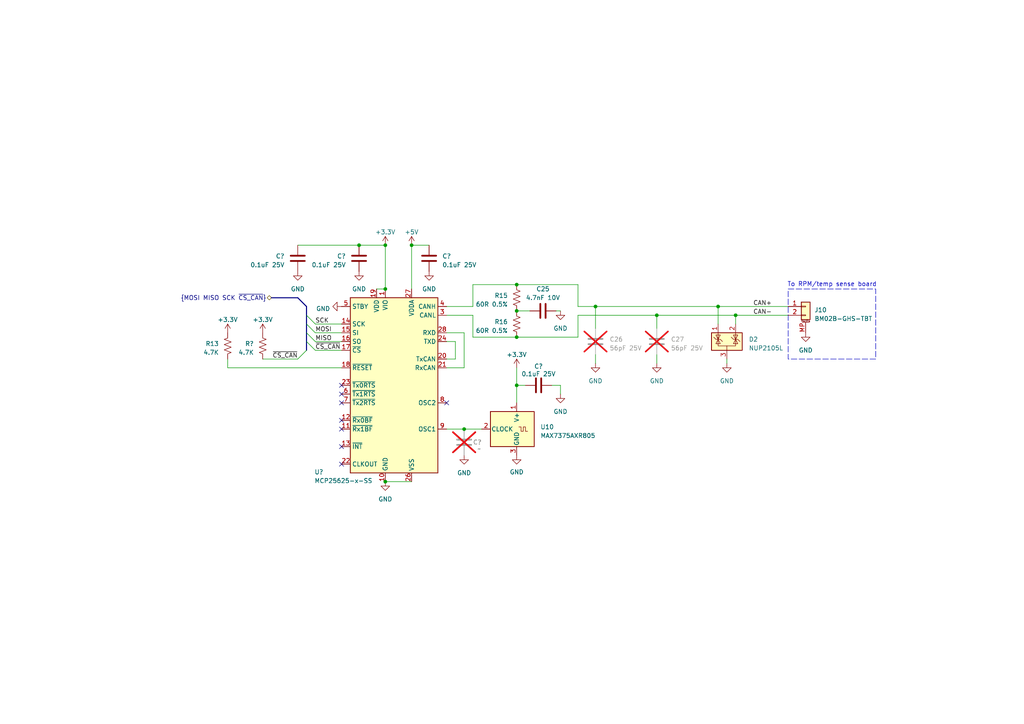
<source format=kicad_sch>
(kicad_sch (version 20230121) (generator eeschema)
  (paper "A4")
  (title_block (title "Test Stand Power Monitor") (date "2023-08-08") (rev "1.0") (company "Toofon Inc.") (comment 1 "Ed Katynski") (comment 2 "(PENDING REVIEW)"))
  (lib_symbols
    (symbol "Connector_Generic_MountingPin:Conn_01x02_MountingPin" (pin_names (offset 1.016) hide)
      (property "Reference" "J" (at 0 2.54 0))
      (property "Value" "Conn_01x02_MountingPin" (at 1.27 -5.08 0))
      (symbol "Conn_01x02_MountingPin_1_1"
        (rectangle (start -1.27 -2.413) (end 0 -2.667) (stroke (width 0.1524)))
        (rectangle (start -1.27 0.127) (end 0 -0.127) (stroke (width 0.1524)))
        (rectangle (start -1.27 1.27) (end 1.27 -3.81) (stroke (width 0.254)) (fill (type background)))
        (polyline (pts (xy -1.016 -4.572) (xy 1.016 -4.572)) (stroke (width 0.1524)))
        (text "Mounting" (at 0 -4.191 0) (effects (font (size 0.381 0.381))))
        (pin passive line (at -5.08 0 0) (length 3.81) (name "Pin_1") (number "1"))
        (pin passive line (at -5.08 -2.54 0) (length 3.81) (name "Pin_2") (number "2"))
        (pin passive line (at 0 -7.62 90) (length 3.048) (name "MountPin") (number "MP"))
      )
    )
    (symbol "Device:C" (pin_numbers hide) (pin_names (offset 0.254))
      (property "Reference" "C" (at 0.635 2.54 0))
      (property "Value" "C" (at 0.635 -2.54 0))
      (symbol "C_0_1"
        (polyline (pts (xy -2.032 -0.762) (xy 2.032 -0.762)) (stroke (width 0.508)))
        (polyline (pts (xy -2.032 0.762) (xy 2.032 0.762)) (stroke (width 0.508)))
      )
      (symbol "C_1_1"
        (pin passive line (at 0 3.81 270) (length 2.794) (name "~") (number "1"))
        (pin passive line (at 0 -3.81 90) (length 2.794) (name "~") (number "2"))
      )
    )
    (symbol "Device:R_US" (pin_numbers hide) (pin_names (offset 0))
      (property "Reference" "R" (at 2.54 0 90))
      (property "Value" "R_US" (at -2.54 0 90))
      (symbol "R_US_0_1"
        (polyline (pts (xy 0 -2.286) (xy 0 -2.54)))
        (polyline (pts (xy 0 2.286) (xy 0 2.54)))
        (polyline (pts (xy 0 -0.762) (xy 1.016 -1.143) (xy 0 -1.524) (xy -1.016 -1.905) (xy 0 -2.286)))
        (polyline (pts (xy 0 0.762) (xy 1.016 0.381) (xy 0 0) (xy -1.016 -0.381) (xy 0 -0.762)))
        (polyline (pts (xy 0 2.286) (xy 1.016 1.905) (xy 0 1.524) (xy -1.016 1.143) (xy 0 0.762)))
      )
      (symbol "R_US_1_1"
        (pin passive line (at 0 3.81 270) (length 1.27) (name "~") (number "1"))
        (pin passive line (at 0 -3.81 90) (length 1.27) (name "~") (number "2"))
      )
    )
    (symbol "Interface_CAN_LIN:MCP25625-x-SS"
      (property "Reference" "U" (at -11.43 26.67 0))
      (property "Value" "MCP25625-x-SS" (at 15.24 26.67 0))
      (symbol "MCP25625-x-SS_0_1"
        (rectangle (start -12.7 25.4) (end 12.7 -25.4) (stroke (width 0.254)) (fill (type background)))
      )
      (symbol "MCP25625-x-SS_1_1"
        (pin power_in line (at -2.54 27.94 270) (length 2.54) (name "VIO") (number "1"))
        (pin power_in line (at -2.54 -27.94 90) (length 2.54) (name "GND") (number "10"))
        (pin output line (at -15.24 -12.7 0) (length 2.54) (name "~{Rx1BF}") (number "11"))
        (pin output line (at -15.24 -10.16 0) (length 2.54) (name "~{Rx0BF}") (number "12"))
        (pin output line (at -15.24 -17.78 0) (length 2.54) (name "~{INT}") (number "13"))
        (pin input line (at -15.24 17.78 0) (length 2.54) (name "SCK") (number "14"))
        (pin input line (at -15.24 15.24 0) (length 2.54) (name "SI") (number "15"))
        (pin output line (at -15.24 12.7 0) (length 2.54) (name "SO") (number "16"))
        (pin input line (at -15.24 10.16 0) (length 2.54) (name "~{CS}") (number "17"))
        (pin input line (at -15.24 5.08 0) (length 2.54) (name "~{RESET}") (number "18"))
        (pin power_in line (at -5.08 27.94 270) (length 2.54) (name "VDD") (number "19"))
        (pin no_connect line (at 12.7 -15.24 180) (length 2.54) hide (name "NC") (number "2"))
        (pin output line (at 15.24 7.62 180) (length 2.54) (name "TxCAN") (number "20"))
        (pin input line (at 15.24 5.08 180) (length 2.54) (name "RxCAN") (number "21"))
        (pin output line (at -15.24 -22.86 0) (length 2.54) (name "CLKOUT") (number "22"))
        (pin input line (at -15.24 0 0) (length 2.54) (name "~{Tx0RTS}") (number "23"))
        (pin input line (at 15.24 12.7 180) (length 2.54) (name "TXD") (number "24"))
        (pin no_connect line (at 12.7 -17.78 180) (length 2.54) hide (name "NC") (number "25"))
        (pin power_in line (at 5.08 -27.94 90) (length 2.54) (name "VSS") (number "26"))
        (pin power_in line (at 5.08 27.94 270) (length 2.54) (name "VDDA") (number "27"))
        (pin output line (at 15.24 15.24 180) (length 2.54) (name "RXD") (number "28"))
        (pin bidirectional line (at 15.24 20.32 180) (length 2.54) (name "CANL") (number "3"))
        (pin bidirectional line (at 15.24 22.86 180) (length 2.54) (name "CANH") (number "4"))
        (pin input line (at -15.24 22.86 0) (length 2.54) (name "STBY") (number "5"))
        (pin input line (at -15.24 -2.54 0) (length 2.54) (name "~{Tx1RTS}") (number "6"))
        (pin input line (at -15.24 -5.08 0) (length 2.54) (name "~{Tx2RTS}") (number "7"))
        (pin output line (at 15.24 -5.08 180) (length 2.54) (name "OSC2") (number "8"))
        (pin input line (at 15.24 -12.7 180) (length 2.54) (name "OSC1") (number "9"))
      )
    )
    (symbol "Oscillator:MAX7375AXR805" (pin_names (offset 0.254))
      (property "Reference" "U" (at -2.54 6.35 0))
      (property "Value" "MAX7375AXR805" (at 1.27 -6.35 0))
      (symbol "MAX7375AXR805_0_1"
        (rectangle (start -5.08 5.08) (end 7.62 -5.08) (stroke (width 0.254)) (fill (type background)))
        (polyline (pts (xy -3.175 -0.635) (xy -2.54 -0.635) (xy -2.54 0.635) (xy -1.905 0.635) (xy -1.905 -0.635) (xy -1.27 -0.635) (xy -1.27 0.635) (xy -0.635 0.635)))
      )
      (symbol "MAX7375AXR805_1_1"
        (pin power_in line (at 0 7.62 270) (length 2.54) (name "V+") (number "1"))
        (pin output line (at 10.16 0 180) (length 2.54) (name "CLOCK") (number "2"))
        (pin power_in line (at 0 -7.62 90) (length 2.54) (name "GND") (number "3"))
      )
    )
    (symbol "Power_Protection:NUP2105L" (pin_names hide)
      (property "Reference" "D" (at 5.715 2.54 0))
      (property "Value" "NUP2105L" (at 5.715 0.635 0))
      (symbol "NUP2105L_0_0"
        (pin passive line (at 0 -5.08 90) (length 2.54) (name "A") (number "3"))
      )
      (symbol "NUP2105L_0_1"
        (rectangle (start -4.445 2.54) (end 4.445 -2.54) (stroke (width 0.254)) (fill (type background)))
        (polyline (pts (xy -2.54 2.54) (xy -2.54 0.635)))
        (polyline (pts (xy 0 -1.27) (xy 0 -2.54)))
        (polyline (pts (xy 2.54 2.54) (xy 2.54 0.635)))
        (polyline (pts (xy -3.81 1.27) (xy -3.175 0.635) (xy -1.905 0.635) (xy -1.27 0)))
        (polyline (pts (xy -2.54 0.635) (xy -2.54 -1.27) (xy 2.54 -1.27) (xy 2.54 0.635)))
        (polyline (pts (xy -2.54 0.635) (xy -1.905 -0.635) (xy -3.175 -0.635) (xy -2.54 0.635)))
        (polyline (pts (xy 2.54 0.635) (xy 1.905 -0.635) (xy 3.175 -0.635) (xy 2.54 0.635)))
        (polyline (pts (xy 2.54 0.635) (xy 3.175 1.905) (xy 1.905 1.905) (xy 2.54 0.635)))
        (polyline (pts (xy -2.54 0.635) (xy -3.175 1.905) (xy -1.905 1.905) (xy -2.54 0.635) (xy -2.54 1.27)))
        (polyline (pts (xy 1.27 1.27) (xy 1.905 0.635) (xy 2.54 0.635) (xy 3.175 0.635) (xy 3.81 0)))
      )
      (symbol "NUP2105L_1_1"
        (pin passive line (at -2.54 5.08 270) (length 2.54) (name "K") (number "1"))
        (pin passive line (at 2.54 5.08 270) (length 2.54) (name "K") (number "2"))
      )
    )
    (symbol "power:+3.3V" (power) (pin_names (offset 0))
      (property "Value" "+3.3V" (at 0 3.556 0))
      (symbol "+3.3V_0_1"
        (polyline (pts (xy -0.762 1.27) (xy 0 2.54)))
        (polyline (pts (xy 0 0) (xy 0 2.54)))
        (polyline (pts (xy 0 2.54) (xy 0.762 1.27)))
      )
      (symbol "+3.3V_1_1"
        (pin power_in line (at 0 0 90) (length 0) hide (name "+3.3V") (number "1"))
      )
    )
    (symbol "power:+5V" (power) (pin_names (offset 0))
      (property "Value" "+5V" (at 0 3.556 0))
      (symbol "+5V_0_1"
        (polyline (pts (xy -0.762 1.27) (xy 0 2.54)))
        (polyline (pts (xy 0 0) (xy 0 2.54)))
        (polyline (pts (xy 0 2.54) (xy 0.762 1.27)))
      )
      (symbol "+5V_1_1"
        (pin power_in line (at 0 0 90) (length 0) hide (name "+5V") (number "1"))
      )
    )
    (symbol "power:GND" (power) (pin_names (offset 0))
      (property "Value" "GND" (at 0 -3.81 0))
      (symbol "GND_0_1"
        (polyline (pts (xy 0 0) (xy 0 -1.27) (xy 1.27 -1.27) (xy 0 -2.54) (xy -1.27 -1.27) (xy 0 -1.27)))
      )
      (symbol "GND_1_1"
        (pin power_in line (at 0 0 270) (length 0) hide (name "GND") (number "1"))
      )
    )
  )
  (junction (at 149.86 97.79))
  (junction (at 134.62 124.46))
  (junction (at 149.86 90.17))
  (junction (at 172.72 88.9))
  (junction (at 111.76 139.7))
  (junction (at 213.36 91.44))
  (junction (at 149.86 82.55))
  (junction (at 111.76 83.82))
  (junction (at 104.14 71.12))
  (junction (at 149.86 111.76))
  (junction (at 119.38 71.12))
  (junction (at 208.28 88.9))
  (junction (at 111.76 71.12))
  (junction (at 190.5 91.44))
  (no_connect (at 99.06 129.54))
  (no_connect (at 99.06 134.62))
  (no_connect (at 129.54 116.84))
  (no_connect (at 99.06 121.92))
  (no_connect (at 99.06 111.76))
  (no_connect (at 99.06 116.84))
  (no_connect (at 99.06 124.46))
  (no_connect (at 99.06 114.3))
  (bus_entry (at 91.44 101.6) (size -2.54 -2.54))
  (bus_entry (at 91.44 93.98) (size -2.54 -2.54))
  (bus_entry (at 91.44 96.52) (size -2.54 -2.54))
  (bus_entry (at 86.36 104.14) (size 2.54 -2.54))
  (bus_entry (at 91.44 99.06) (size -2.54 -2.54))
  (wire (pts (xy 134.62 124.46) (xy 139.7 124.46)))
  (wire (pts (xy 129.54 124.46) (xy 134.62 124.46)))
  (wire (pts (xy 149.86 82.55) (xy 137.16 82.55)))
  (wire (pts (xy 86.36 104.14) (xy 76.2 104.14)))
  (wire (pts (xy 111.76 139.7) (xy 119.38 139.7)))
  (wire (pts (xy 129.54 106.68) (xy 134.62 106.68)))
  (bus (pts (xy 88.9 99.06) (xy 88.9 101.6)))
  (wire (pts (xy 213.36 91.44) (xy 228.6 91.44)))
  (wire (pts (xy 149.86 111.76) (xy 149.86 116.84)))
  (wire (pts (xy 167.64 91.44) (xy 190.5 91.44)))
  (wire (pts (xy 162.56 111.76) (xy 160.02 111.76)))
  (wire (pts (xy 167.64 91.44) (xy 167.64 97.79)))
  (wire (pts (xy 149.86 106.68) (xy 149.86 111.76)))
  (wire (pts (xy 149.86 97.79) (xy 137.16 97.79)))
  (wire (pts (xy 190.5 91.44) (xy 190.5 95.25)))
  (wire (pts (xy 91.44 96.52) (xy 99.06 96.52)))
  (bus (pts (xy 88.9 91.44) (xy 88.9 88.9)))
  (wire (pts (xy 86.36 71.12) (xy 104.14 71.12)))
  (wire (pts (xy 91.44 99.06) (xy 99.06 99.06)))
  (wire (pts (xy 149.86 82.55) (xy 167.64 82.55)))
  (wire (pts (xy 91.44 101.6) (xy 99.06 101.6)))
  (wire (pts (xy 129.54 96.52) (xy 134.62 96.52)))
  (wire (pts (xy 149.86 90.17) (xy 153.67 90.17)))
  (bus (pts (xy 88.9 99.06) (xy 88.9 96.52)))
  (wire (pts (xy 66.04 106.68) (xy 99.06 106.68)))
  (wire (pts (xy 111.76 71.12) (xy 111.76 83.82)))
  (wire (pts (xy 119.38 71.12) (xy 119.38 83.82)))
  (wire (pts (xy 149.86 111.76) (xy 152.4 111.76)))
  (wire (pts (xy 172.72 88.9) (xy 208.28 88.9)))
  (wire (pts (xy 137.16 91.44) (xy 137.16 97.79)))
  (wire (pts (xy 119.38 71.12) (xy 124.46 71.12)))
  (wire (pts (xy 162.56 90.17) (xy 161.29 90.17)))
  (wire (pts (xy 129.54 91.44) (xy 137.16 91.44)))
  (bus (pts (xy 88.9 88.9) (xy 86.36 86.36)))
  (wire (pts (xy 66.04 104.14) (xy 66.04 106.68)))
  (bus (pts (xy 88.9 96.52) (xy 88.9 93.98)))
  (wire (pts (xy 91.44 93.98) (xy 99.06 93.98)))
  (wire (pts (xy 132.08 99.06) (xy 132.08 104.14)))
  (wire (pts (xy 208.28 88.9) (xy 208.28 93.98)))
  (wire (pts (xy 149.86 97.79) (xy 167.64 97.79)))
  (wire (pts (xy 213.36 91.44) (xy 213.36 93.98)))
  (wire (pts (xy 162.56 114.3) (xy 162.56 111.76)))
  (wire (pts (xy 172.72 105.41) (xy 172.72 102.87)))
  (wire (pts (xy 134.62 96.52) (xy 134.62 106.68)))
  (wire (pts (xy 210.82 105.41) (xy 210.82 104.14)))
  (wire (pts (xy 129.54 104.14) (xy 132.08 104.14)))
  (wire (pts (xy 167.64 88.9) (xy 172.72 88.9)))
  (wire (pts (xy 208.28 88.9) (xy 228.6 88.9)))
  (wire (pts (xy 167.64 82.55) (xy 167.64 88.9)))
  (bus (pts (xy 78.74 86.36) (xy 86.36 86.36)))
  (wire (pts (xy 129.54 99.06) (xy 132.08 99.06)))
  (wire (pts (xy 190.5 91.44) (xy 213.36 91.44)))
  (wire (pts (xy 104.14 71.12) (xy 111.76 71.12)))
  (wire (pts (xy 129.54 88.9) (xy 137.16 88.9)))
  (wire (pts (xy 109.22 83.82) (xy 111.76 83.82)))
  (wire (pts (xy 172.72 88.9) (xy 172.72 95.25)))
  (wire (pts (xy 137.16 82.55) (xy 137.16 88.9)))
  (wire (pts (xy 190.5 105.41) (xy 190.5 102.87)))
  (bus (pts (xy 88.9 93.98) (xy 88.9 91.44)))
  (rectangle (start 228.6 83.82) (end 254 104.14) (stroke (width 0) (type dash)))
  (text "To RPM/temp sense board" (at 228.346 83.312 0) (effects (font (size 1.27 1.27)) (justify left bottom)))
  (label "MISO" (at 91.44 99.06 0))
  (label "CAN-" (at 218.44 91.44 0))
  (label "CAN+" (at 218.44 88.9 0))
  (label "MOSI" (at 91.44 96.52 0))
  (label "SCK" (at 91.44 93.98 0))
  (label "~{CS_CAN}" (at 86.36 104.14 180))
  (label "~{CS_CAN}" (at 91.44 101.6 0))
  (hierarchical_label "{MOSI MISO SCK ~{CS_CAN}}" (shape bidirectional) (at 78.74 86.36 180))
  (symbol (lib_id "power:GND") (at 104.14 78.74 0) (mirror y) (unit 1)
    (property "Reference" "#PWR?" (effects hide))
    (property "Value" "GND" (at 104.14 83.82 0))
    (instances (project "Test-Stand-Power-Monitor" (path "" (reference "#PWR?") (unit 1)) (path "" (reference "#PWR?") (unit 1)) (path "" (reference "#PWR059") (unit 1))))
  )
  (symbol (lib_id "power:GND") (at 99.06 88.9 270) (mirror x) (unit 1)
    (property "Reference" "#PWR?" (effects hide))
    (property "Value" "GND" (at 95.758 89.535 90) (effects (justify right)))
    (instances (project "Test-Stand-Power-Monitor" (path "" (reference "#PWR?") (unit 1)) (path "" (reference "#PWR?") (unit 1)) (path "" (reference "#PWR058") (unit 1))))
  )
  (symbol (lib_id "Oscillator:MAX7375AXR805") (at 149.86 124.46 0) (mirror y) (unit 1)
    (property "Reference" "U10" (at 156.718 123.825 0) (effects (justify right)))
    (property "Value" "MAX7375AXR805" (at 156.718 126.365 0) (effects (justify right)))
    (property "Footprint" "Package_TO_SOT_SMD:SOT-323_SC-70" (effects hide))
    (property "Datasheet" "https://datasheets.maximintegrated.com/en/ds/MAX7375.pdf" (effects hide))
  )
  (symbol (lib_id "Device:R_US") (at 66.04 100.33 0) (mirror y) (unit 1)
    (property "Reference" "R13" (at 63.5 99.695 0) (effects (justify left)))
    (property "Value" "4.7K" (at 63.5 102.235 0) (effects (justify left)))
    (property "Footprint" "Resistor_SMD:R_0402_1005Metric_Pad0.72x0.64mm_HandSolder" (effects hide))
  )
  (symbol (lib_id "power:GND") (at 86.36 78.74 0) (mirror y) (unit 1)
    (property "Reference" "#PWR?" (effects hide))
    (property "Value" "GND" (at 86.36 83.82 0))
    (instances (project "Test-Stand-Power-Monitor" (path "" (reference "#PWR?") (unit 1)) (path "" (reference "#PWR?") (unit 1)) (path "" (reference "#PWR057") (unit 1))))
  )
  (symbol (lib_id "power:GND") (at 190.5 105.41 0) (unit 1)
    (property "Reference" "#PWR070" (effects hide))
    (property "Value" "GND" (at 190.5 110.49 0))
  )
  (symbol (lib_id "Power_Protection:NUP2105L") (at 210.82 99.06 0) (unit 1)
    (property "Reference" "D2" (at 217.17 98.425 0) (effects (justify left)))
    (property "Value" "NUP2105L" (at 217.17 100.965 0) (effects (justify left)))
    (property "Footprint" "Package_TO_SOT_SMD:SOT-23" (effects hide))
    (property "Datasheet" "http://www.onsemi.com/pub_link/Collateral/NUP2105L-D.PDF" (effects hide))
  )
  (symbol (lib_id "power:GND") (at 162.56 90.17 0) (unit 1)
    (property "Reference" "#PWR067" (effects hide))
    (property "Value" "GND" (at 162.56 95.25 0))
  )
  (symbol (lib_id "Device:C") (at 124.46 74.93 0) (unit 1)
    (property "Reference" "C?" (at 128.27 74.295 0) (effects (justify left)))
    (property "Value" "0.1uF 25V" (at 128.27 76.835 0) (effects (justify left)))
    (property "Footprint" "Capacitor_SMD:C_0402_1005Metric_Pad0.74x0.62mm_HandSolder" (effects hide))
    (instances (project "Test-Stand-Power-Monitor" (path "" (reference "C?") (unit 1)) (path "" (reference "C?") (unit 1)) (path "" (reference "C22") (unit 1))))
  )
  (symbol (lib_id "power:GND") (at 149.86 132.08 0) (unit 1)
    (property "Reference" "#PWR066" (effects hide))
    (property "Value" "GND" (at 149.86 136.906 0))
  )
  (symbol (lib_id "power:+3.3V") (at 76.2 96.52 0) (mirror y) (unit 1)
    (property "Reference" "#PWR?" (effects hide))
    (property "Value" "+3.3V" (at 76.2 92.71 0))
    (instances (project "Test-Stand-Power-Monitor" (path "" (reference "#PWR?") (unit 1)) (path "" (reference "#PWR056") (unit 1))))
  )
  (symbol (lib_id "power:GND") (at 162.56 114.3 0) (unit 1)
    (property "Reference" "#PWR?" (effects hide))
    (property "Value" "GND" (at 162.56 119.38 0))
    (instances (project "Test-Stand-Power-Monitor" (path "" (reference "#PWR?") (unit 1)) (path "" (reference "#PWR?") (unit 1)) (path "" (reference "#PWR068") (unit 1))))
  )
  (symbol (lib_id "power:GND") (at 233.68 96.52 0) (unit 1)
    (property "Reference" "#PWR072" (effects hide))
    (property "Value" "GND" (at 233.68 101.6 0))
  )
  (symbol (lib_id "Connector_Generic_MountingPin:Conn_01x02_MountingPin") (at 233.68 88.9 0) (unit 1)
    (property "Reference" "J10" (at 236.22 89.8906 0) (effects (justify left)))
    (property "Value" "BM02B-GHS-TBT" (at 236.22 92.4306 0) (effects (justify left)))
    (property "Footprint" "Connector_JST:JST_GH_BM02B-GHS-TBT_1x02-1MP_P1.25mm_Vertical" (effects hide))
    (property "Datasheet" "https://www.jst-mfg.com/product/pdf/eng/eGH.pdf" (effects hide))
  )
  (symbol (lib_id "Device:C") (at 104.14 74.93 0) (mirror y) (unit 1)
    (property "Reference" "C?" (at 100.33 74.295 0) (effects (justify left)))
    (property "Value" "0.1uF 25V" (at 100.33 76.835 0) (effects (justify left)))
    (property "Footprint" "Capacitor_SMD:C_0402_1005Metric_Pad0.74x0.62mm_HandSolder" (effects hide))
    (instances (project "Test-Stand-Power-Monitor" (path "" (reference "C?") (unit 1)) (path "" (reference "C?") (unit 1)) (path "" (reference "C21") (unit 1))))
  )
  (symbol (lib_id "Device:R_US") (at 76.2 100.33 0) (unit 1)
    (property "Reference" "R?" (at 73.66 99.695 0) (effects (justify right)))
    (property "Value" "4.7K" (at 73.66 102.235 0) (effects (justify right)))
    (property "Footprint" "Resistor_SMD:R_0402_1005Metric_Pad0.72x0.64mm_HandSolder" (effects hide))
    (instances (project "Test-Stand-Power-Monitor" (path "" (reference "R?") (unit 1)) (path "" (reference "R14") (unit 1))))
  )
  (symbol (lib_id "Interface_CAN_LIN:MCP25625-x-SS") (at 114.3 111.76 0) (unit 1)
    (property "Reference" "U?" (at 91.186 136.906 0) (effects (justify left)))
    (property "Value" "MCP25625-x-SS" (at 91.186 139.446 0) (effects (justify left)))
    (property "Footprint" "Package_SO:SSOP-28_5.3x10.2mm_P0.65mm" (effects hide))
    (property "Datasheet" "http://ww1.microchip.com/downloads/en/DeviceDoc/20005282B.pdf" (effects hide))
    (instances (project "Test-Stand-Power-Monitor" (path "" (reference "U?") (unit 1)) (path "" (reference "U9") (unit 1))))
  )
  (symbol (lib_id "Device:C") (at 172.72 99.06 180) (unit 1) (dnp yes)
    (property "Reference" "C26" (at 176.784 98.425 0) (effects (justify right)))
    (property "Value" "56pF 25V" (at 176.784 100.965 0) (effects (justify right)))
    (property "Footprint" "Capacitor_SMD:C_0402_1005Metric_Pad0.74x0.62mm_HandSolder" (effects hide))
  )
  (symbol (lib_id "Device:R_US") (at 149.86 93.98 0) (unit 1)
    (property "Reference" "R16" (at 147.32 93.345 0) (effects (justify right)))
    (property "Value" "60R 0.5%" (at 147.32 95.885 0) (effects (justify right)))
    (property "Footprint" "Resistor_SMD:R_0603_1608Metric_Pad0.98x0.95mm_HandSolder" (effects hide))
  )
  (symbol (lib_id "power:+3.3V") (at 111.76 71.12 0) (unit 1)
    (property "Reference" "#PWR060" (effects hide))
    (property "Value" "+3.3V" (at 111.76 67.31 0))
  )
  (symbol (lib_id "Device:R_US") (at 149.86 86.36 0) (unit 1)
    (property "Reference" "R15" (at 147.32 85.725 0) (effects (justify right)))
    (property "Value" "60R 0.5%" (at 147.32 88.265 0) (effects (justify right)))
    (property "Footprint" "Resistor_SMD:R_0603_1608Metric_Pad0.98x0.95mm_HandSolder" (effects hide))
  )
  (symbol (lib_id "power:GND") (at 111.76 139.7 0) (unit 1)
    (property "Reference" "#PWR061" (effects hide))
    (property "Value" "GND" (at 111.76 144.78 0))
  )
  (symbol (lib_id "power:GND") (at 172.72 105.41 0) (unit 1)
    (property "Reference" "#PWR069" (effects hide))
    (property "Value" "GND" (at 172.72 110.49 0))
  )
  (symbol (lib_id "power:+5V") (at 119.38 71.12 0) (unit 1)
    (property "Reference" "#PWR062" (effects hide))
    (property "Value" "+5V" (at 119.38 67.31 0))
  )
  (symbol (lib_id "Device:C") (at 156.21 111.76 90) (unit 1)
    (property "Reference" "C?" (at 156.21 106.2541 90))
    (property "Value" "0.1uF 25V" (at 156.21 108.458 90))
    (property "Footprint" "Capacitor_SMD:C_0402_1005Metric_Pad0.74x0.62mm_HandSolder" (effects hide))
    (instances (project "Test-Stand-Power-Monitor" (path "" (reference "C?") (unit 1)) (path "" (reference "C?") (unit 1)) (path "" (reference "C24") (unit 1))))
  )
  (symbol (lib_id "power:+3.3V") (at 149.86 106.68 0) (unit 1)
    (property "Reference" "#PWR065" (effects hide))
    (property "Value" "+3.3V" (at 149.86 102.87 0))
  )
  (symbol (lib_id "Device:C") (at 190.5 99.06 180) (unit 1) (dnp yes)
    (property "Reference" "C27" (at 194.564 98.425 0) (effects (justify right)))
    (property "Value" "56pF 25V" (at 194.564 100.965 0) (effects (justify right)))
    (property "Footprint" "Capacitor_SMD:C_0402_1005Metric_Pad0.74x0.62mm_HandSolder" (effects hide))
  )
  (symbol (lib_id "power:GND") (at 124.46 78.74 0) (unit 1)
    (property "Reference" "#PWR?" (effects hide))
    (property "Value" "GND" (at 124.46 83.82 0))
    (instances (project "Test-Stand-Power-Monitor" (path "" (reference "#PWR?") (unit 1)) (path "" (reference "#PWR?") (unit 1)) (path "" (reference "#PWR063") (unit 1))))
  )
  (symbol (lib_id "power:GND") (at 210.82 105.41 0) (unit 1)
    (property "Reference" "#PWR071" (effects hide))
    (property "Value" "GND" (at 210.82 110.49 0))
  )
  (symbol (lib_id "Device:C") (at 157.48 90.17 90) (unit 1)
    (property "Reference" "C25" (at 157.48 83.82 90))
    (property "Value" "4.7nF 10V" (at 157.48 86.36 90))
    (property "Footprint" "Capacitor_SMD:C_0402_1005Metric_Pad0.74x0.62mm_HandSolder" (effects hide))
  )
  (symbol (lib_id "power:GND") (at 134.62 132.08 0) (unit 1)
    (property "Reference" "#PWR?" (effects hide))
    (property "Value" "GND" (at 134.62 137.16 0))
    (instances (project "Test-Stand-Power-Monitor" (path "" (reference "#PWR?") (unit 1)) (path "" (reference "#PWR?") (unit 1)) (path "" (reference "#PWR064") (unit 1))))
  )
  (symbol (lib_id "Device:C") (at 86.36 74.93 0) (mirror y) (unit 1)
    (property "Reference" "C?" (at 82.55 74.295 0) (effects (justify left)))
    (property "Value" "0.1uF 25V" (at 82.55 76.835 0) (effects (justify left)))
    (property "Footprint" "Capacitor_SMD:C_0402_1005Metric_Pad0.74x0.62mm_HandSolder" (effects hide))
    (instances (project "Test-Stand-Power-Monitor" (path "" (reference "C?") (unit 1)) (path "" (reference "C?") (unit 1)) (path "" (reference "C20") (unit 1))))
  )
  (symbol (lib_id "power:+3.3V") (at 66.04 96.52 0) (unit 1)
    (property "Reference" "#PWR055" (effects hide))
    (property "Value" "+3.3V" (at 66.04 92.71 0))
  )
  (symbol (lib_id "Device:C") (at 134.62 128.27 0) (unit 1) (dnp yes)
    (property "Reference" "C?" (at 137.16 128.27 0) (effects (justify left)))
    (property "Value" "~" (at 138.43 130.175 0) (effects (justify left)))
    (property "Footprint" "Capacitor_SMD:C_0402_1005Metric_Pad0.74x0.62mm_HandSolder" (effects hide))
    (instances (project "Test-Stand-Power-Monitor" (path "" (reference "C?") (unit 1)) (path "" (reference "C?") (unit 1)) (path "" (reference "C23") (unit 1))))
  )
)
</source>
